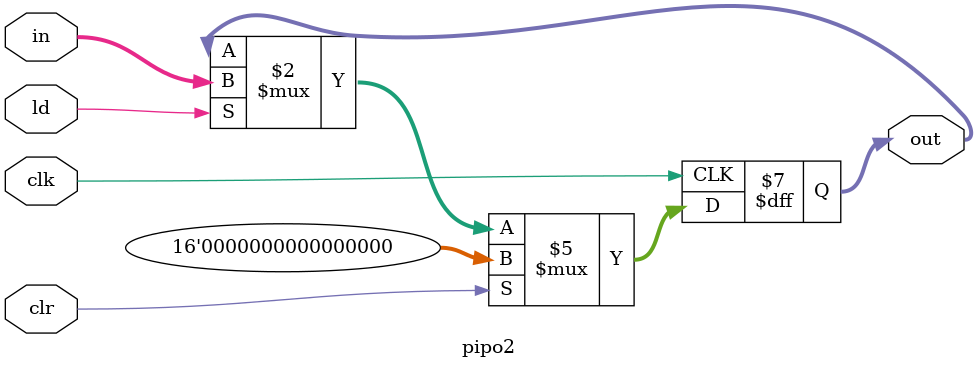
<source format=v>
module pipo2(
    out,in,ld,clr,clk
    
);
    output reg [15:0] out;
    input [15:0]in;
    input ld;
    input clr;
    input clk;


    always @(posedge clk) begin
        if(clr) out<=16'b0;
        else if(ld) out<=in;
    end

endmodule
</source>
